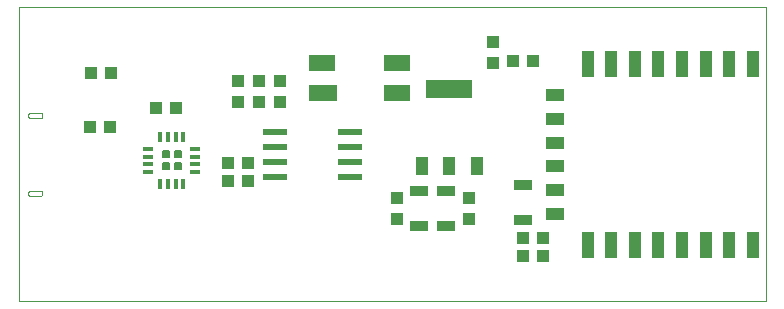
<source format=gbp>
G75*
%MOIN*%
%OFA0B0*%
%FSLAX25Y25*%
%IPPOS*%
%LPD*%
%AMOC8*
5,1,8,0,0,1.08239X$1,22.5*
%
%ADD10C,0.00100*%
%ADD11R,0.03543X0.01378*%
%ADD12R,0.01378X0.03543*%
%ADD13C,0.00500*%
%ADD14R,0.04331X0.03937*%
%ADD15R,0.07874X0.01969*%
%ADD16R,0.03937X0.04331*%
%ADD17R,0.08661X0.05512*%
%ADD18R,0.09449X0.05512*%
%ADD19R,0.15748X0.05906*%
%ADD20R,0.03937X0.05906*%
%ADD21R,0.06299X0.03543*%
%ADD22C,0.00039*%
%ADD23R,0.03937X0.08661*%
%ADD24R,0.05906X0.03937*%
D10*
X0009000Y0020119D02*
X0009000Y0118119D01*
X0258000Y0118119D01*
X0258000Y0020119D01*
X0009000Y0020119D01*
D11*
X0052126Y0063280D03*
X0052126Y0065839D03*
X0052126Y0068398D03*
X0052126Y0070957D03*
X0067874Y0070957D03*
X0067874Y0068398D03*
X0067874Y0065839D03*
X0067874Y0063280D03*
D12*
X0063839Y0059245D03*
X0061280Y0059245D03*
X0058720Y0059245D03*
X0056161Y0059245D03*
X0056161Y0074993D03*
X0058720Y0074993D03*
X0061280Y0074993D03*
X0063839Y0074993D03*
D13*
X0063000Y0070119D02*
X0061000Y0070119D01*
X0061000Y0068119D01*
X0063000Y0068119D01*
X0063000Y0070119D01*
X0063000Y0069970D02*
X0061000Y0069970D01*
X0061000Y0069471D02*
X0063000Y0069471D01*
X0063000Y0068973D02*
X0061000Y0068973D01*
X0061000Y0068474D02*
X0063000Y0068474D01*
X0063000Y0066119D02*
X0061000Y0066119D01*
X0061000Y0064119D01*
X0063000Y0064119D01*
X0063000Y0066119D01*
X0063000Y0065982D02*
X0061000Y0065982D01*
X0061000Y0065483D02*
X0063000Y0065483D01*
X0063000Y0064985D02*
X0061000Y0064985D01*
X0061000Y0064486D02*
X0063000Y0064486D01*
X0059000Y0064486D02*
X0057000Y0064486D01*
X0057000Y0064119D02*
X0059000Y0064119D01*
X0059000Y0066119D01*
X0057000Y0066119D01*
X0057000Y0064119D01*
X0057000Y0064985D02*
X0059000Y0064985D01*
X0059000Y0065483D02*
X0057000Y0065483D01*
X0057000Y0065982D02*
X0059000Y0065982D01*
X0059000Y0068119D02*
X0057000Y0068119D01*
X0057000Y0070119D01*
X0059000Y0070119D01*
X0059000Y0068119D01*
X0059000Y0068474D02*
X0057000Y0068474D01*
X0057000Y0068973D02*
X0059000Y0068973D01*
X0059000Y0069471D02*
X0057000Y0069471D01*
X0057000Y0069970D02*
X0059000Y0069970D01*
D14*
X0078654Y0066119D03*
X0085346Y0066119D03*
X0085346Y0060119D03*
X0078654Y0060119D03*
X0039346Y0078119D03*
X0032654Y0078119D03*
X0054654Y0084619D03*
X0061346Y0084619D03*
X0039846Y0096119D03*
X0033154Y0096119D03*
X0173654Y0100119D03*
X0180346Y0100119D03*
X0177154Y0041119D03*
X0183846Y0041119D03*
X0183846Y0035119D03*
X0177154Y0035119D03*
D15*
X0119539Y0061619D03*
X0119539Y0066619D03*
X0119539Y0071619D03*
X0119539Y0076619D03*
X0094461Y0076619D03*
X0094461Y0071619D03*
X0094461Y0066619D03*
X0094461Y0061619D03*
D16*
X0135000Y0054465D03*
X0135000Y0047772D03*
X0159000Y0047772D03*
X0159000Y0054465D03*
X0096000Y0086772D03*
X0089000Y0086772D03*
X0082000Y0086772D03*
X0082000Y0093465D03*
X0089000Y0093465D03*
X0096000Y0093465D03*
X0167000Y0099772D03*
X0167000Y0106465D03*
D17*
X0134902Y0099619D03*
X0134902Y0089619D03*
X0110098Y0099619D03*
D18*
X0110492Y0089619D03*
D19*
X0152500Y0090914D03*
D20*
X0152500Y0065323D03*
X0143445Y0065323D03*
X0161555Y0065323D03*
D21*
X0177000Y0058827D03*
X0177000Y0047410D03*
X0151500Y0045410D03*
X0142500Y0045410D03*
X0142500Y0056827D03*
X0151500Y0056827D03*
D22*
X0015866Y0057111D02*
X0013110Y0057111D01*
X0012126Y0056127D02*
X0012128Y0056065D01*
X0012134Y0056004D01*
X0012143Y0055943D01*
X0012157Y0055882D01*
X0012174Y0055823D01*
X0012195Y0055765D01*
X0012220Y0055708D01*
X0012248Y0055653D01*
X0012279Y0055600D01*
X0012314Y0055549D01*
X0012352Y0055500D01*
X0012393Y0055453D01*
X0012436Y0055410D01*
X0012483Y0055369D01*
X0012532Y0055331D01*
X0012583Y0055296D01*
X0012636Y0055265D01*
X0012691Y0055237D01*
X0012748Y0055212D01*
X0012806Y0055191D01*
X0012865Y0055174D01*
X0012926Y0055160D01*
X0012987Y0055151D01*
X0013048Y0055145D01*
X0013110Y0055143D01*
X0013110Y0055142D02*
X0015866Y0055142D01*
X0016850Y0056127D02*
X0016848Y0056189D01*
X0016842Y0056250D01*
X0016833Y0056311D01*
X0016819Y0056372D01*
X0016802Y0056431D01*
X0016781Y0056489D01*
X0016756Y0056546D01*
X0016728Y0056601D01*
X0016697Y0056654D01*
X0016662Y0056705D01*
X0016624Y0056754D01*
X0016583Y0056801D01*
X0016540Y0056844D01*
X0016493Y0056885D01*
X0016444Y0056923D01*
X0016393Y0056958D01*
X0016340Y0056989D01*
X0016285Y0057017D01*
X0016228Y0057042D01*
X0016170Y0057063D01*
X0016111Y0057080D01*
X0016050Y0057094D01*
X0015989Y0057103D01*
X0015928Y0057109D01*
X0015866Y0057111D01*
X0016850Y0056127D02*
X0016848Y0056065D01*
X0016842Y0056004D01*
X0016833Y0055943D01*
X0016819Y0055882D01*
X0016802Y0055823D01*
X0016781Y0055765D01*
X0016756Y0055708D01*
X0016728Y0055653D01*
X0016697Y0055600D01*
X0016662Y0055549D01*
X0016624Y0055500D01*
X0016583Y0055453D01*
X0016540Y0055410D01*
X0016493Y0055369D01*
X0016444Y0055331D01*
X0016393Y0055296D01*
X0016340Y0055265D01*
X0016285Y0055237D01*
X0016228Y0055212D01*
X0016170Y0055191D01*
X0016111Y0055174D01*
X0016050Y0055160D01*
X0015989Y0055151D01*
X0015928Y0055145D01*
X0015866Y0055143D01*
X0013110Y0057111D02*
X0013048Y0057109D01*
X0012987Y0057103D01*
X0012926Y0057094D01*
X0012865Y0057080D01*
X0012806Y0057063D01*
X0012748Y0057042D01*
X0012691Y0057017D01*
X0012636Y0056989D01*
X0012583Y0056958D01*
X0012532Y0056923D01*
X0012483Y0056885D01*
X0012436Y0056844D01*
X0012393Y0056801D01*
X0012352Y0056754D01*
X0012314Y0056705D01*
X0012279Y0056654D01*
X0012248Y0056601D01*
X0012220Y0056546D01*
X0012195Y0056489D01*
X0012174Y0056431D01*
X0012157Y0056372D01*
X0012143Y0056311D01*
X0012134Y0056250D01*
X0012128Y0056189D01*
X0012126Y0056127D01*
X0013110Y0081127D02*
X0015866Y0081127D01*
X0016850Y0082111D02*
X0016848Y0082173D01*
X0016842Y0082234D01*
X0016833Y0082295D01*
X0016819Y0082356D01*
X0016802Y0082415D01*
X0016781Y0082473D01*
X0016756Y0082530D01*
X0016728Y0082585D01*
X0016697Y0082638D01*
X0016662Y0082689D01*
X0016624Y0082738D01*
X0016583Y0082785D01*
X0016540Y0082828D01*
X0016493Y0082869D01*
X0016444Y0082907D01*
X0016393Y0082942D01*
X0016340Y0082973D01*
X0016285Y0083001D01*
X0016228Y0083026D01*
X0016170Y0083047D01*
X0016111Y0083064D01*
X0016050Y0083078D01*
X0015989Y0083087D01*
X0015928Y0083093D01*
X0015866Y0083095D01*
X0013110Y0083095D01*
X0012126Y0082111D02*
X0012128Y0082049D01*
X0012134Y0081988D01*
X0012143Y0081927D01*
X0012157Y0081866D01*
X0012174Y0081807D01*
X0012195Y0081749D01*
X0012220Y0081692D01*
X0012248Y0081637D01*
X0012279Y0081584D01*
X0012314Y0081533D01*
X0012352Y0081484D01*
X0012393Y0081437D01*
X0012436Y0081394D01*
X0012483Y0081353D01*
X0012532Y0081315D01*
X0012583Y0081280D01*
X0012636Y0081249D01*
X0012691Y0081221D01*
X0012748Y0081196D01*
X0012806Y0081175D01*
X0012865Y0081158D01*
X0012926Y0081144D01*
X0012987Y0081135D01*
X0013048Y0081129D01*
X0013110Y0081127D01*
X0012126Y0082111D02*
X0012128Y0082173D01*
X0012134Y0082234D01*
X0012143Y0082295D01*
X0012157Y0082356D01*
X0012174Y0082415D01*
X0012195Y0082473D01*
X0012220Y0082530D01*
X0012248Y0082585D01*
X0012279Y0082638D01*
X0012314Y0082689D01*
X0012352Y0082738D01*
X0012393Y0082785D01*
X0012436Y0082828D01*
X0012483Y0082869D01*
X0012532Y0082907D01*
X0012583Y0082942D01*
X0012636Y0082973D01*
X0012691Y0083001D01*
X0012748Y0083026D01*
X0012806Y0083047D01*
X0012865Y0083064D01*
X0012926Y0083078D01*
X0012987Y0083087D01*
X0013048Y0083093D01*
X0013110Y0083095D01*
X0015866Y0081127D02*
X0015928Y0081129D01*
X0015989Y0081135D01*
X0016050Y0081144D01*
X0016111Y0081158D01*
X0016170Y0081175D01*
X0016228Y0081196D01*
X0016285Y0081221D01*
X0016340Y0081249D01*
X0016393Y0081280D01*
X0016444Y0081315D01*
X0016493Y0081353D01*
X0016540Y0081394D01*
X0016583Y0081437D01*
X0016624Y0081484D01*
X0016662Y0081533D01*
X0016697Y0081584D01*
X0016728Y0081637D01*
X0016756Y0081692D01*
X0016781Y0081749D01*
X0016802Y0081807D01*
X0016819Y0081866D01*
X0016833Y0081927D01*
X0016842Y0081988D01*
X0016848Y0082049D01*
X0016850Y0082111D01*
D23*
X0198567Y0099434D03*
X0206441Y0099434D03*
X0214315Y0099434D03*
X0222189Y0099434D03*
X0230063Y0099434D03*
X0237937Y0099434D03*
X0245811Y0099434D03*
X0253685Y0099434D03*
X0253685Y0038804D03*
X0245811Y0038804D03*
X0237937Y0038804D03*
X0230063Y0038804D03*
X0222189Y0038804D03*
X0214315Y0038804D03*
X0206441Y0038804D03*
X0198567Y0038804D03*
D24*
X0187740Y0049434D03*
X0187740Y0057308D03*
X0187740Y0065182D03*
X0187740Y0073056D03*
X0187740Y0080930D03*
X0187740Y0088804D03*
M02*

</source>
